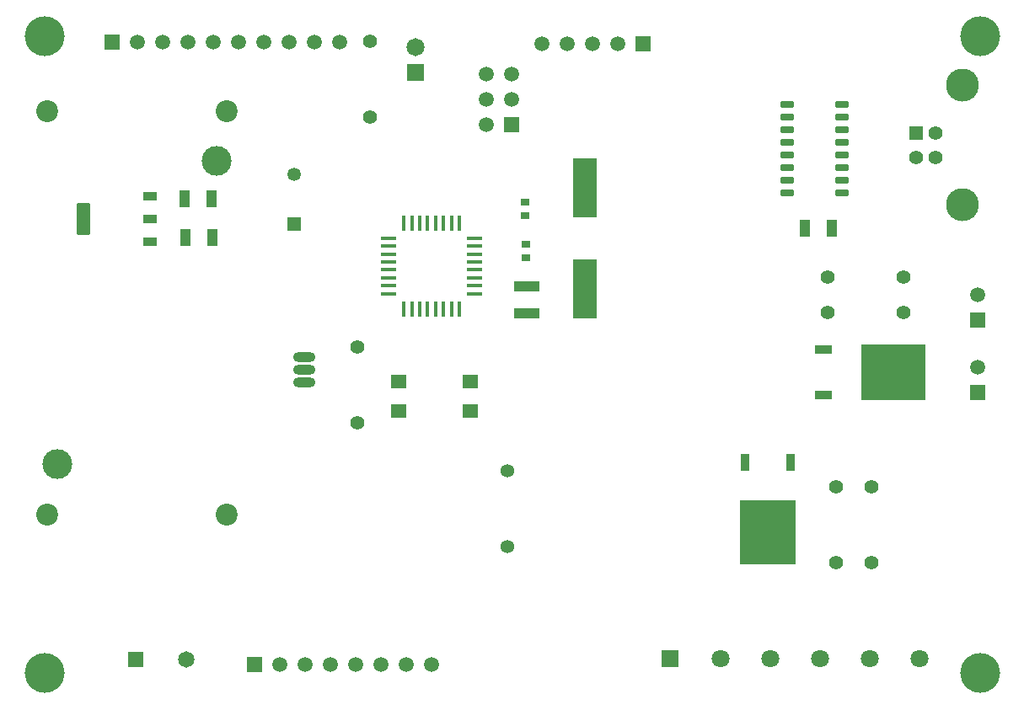
<source format=gbr>
%TF.GenerationSoftware,Altium Limited,Altium Designer,22.8.2 (66)*%
G04 Layer_Color=255*
%FSLAX45Y45*%
%MOMM*%
%TF.SameCoordinates,BD556100-397B-4985-8EB5-C039F1F1876F*%
%TF.FilePolarity,Positive*%
%TF.FileFunction,Pads,Top*%
%TF.Part,Single*%
G01*
G75*
%TA.AperFunction,SMDPad,CuDef*%
%ADD10R,2.60000X1.10000*%
%ADD11R,1.73000X0.96000*%
%ADD12R,6.49000X5.63000*%
%ADD13R,0.90000X0.80000*%
%ADD14R,1.10000X1.70000*%
%ADD15R,1.50000X0.40000*%
%ADD16R,0.40000X1.50000*%
G04:AMPARAMS|DCode=17|XSize=1.31mm|YSize=0.93mm|CornerRadius=0.06975mm|HoleSize=0mm|Usage=FLASHONLY|Rotation=180.000|XOffset=0mm|YOffset=0mm|HoleType=Round|Shape=RoundedRectangle|*
%AMROUNDEDRECTD17*
21,1,1.31000,0.79050,0,0,180.0*
21,1,1.17050,0.93000,0,0,180.0*
1,1,0.13950,-0.58525,0.39525*
1,1,0.13950,0.58525,0.39525*
1,1,0.13950,0.58525,-0.39525*
1,1,0.13950,-0.58525,-0.39525*
%
%ADD17ROUNDEDRECTD17*%
G04:AMPARAMS|DCode=18|XSize=1.31mm|YSize=3.24mm|CornerRadius=0.09825mm|HoleSize=0mm|Usage=FLASHONLY|Rotation=180.000|XOffset=0mm|YOffset=0mm|HoleType=Round|Shape=RoundedRectangle|*
%AMROUNDEDRECTD18*
21,1,1.31000,3.04350,0,0,180.0*
21,1,1.11350,3.24000,0,0,180.0*
1,1,0.19650,-0.55675,1.52175*
1,1,0.19650,0.55675,1.52175*
1,1,0.19650,0.55675,-1.52175*
1,1,0.19650,-0.55675,-1.52175*
%
%ADD18ROUNDEDRECTD18*%
%ADD19R,1.60000X1.40000*%
%ADD20R,2.43200X5.91180*%
%ADD21R,5.63000X6.49000*%
%ADD22R,0.96000X1.73000*%
G04:AMPARAMS|DCode=23|XSize=1.31mm|YSize=0.62mm|CornerRadius=0.0775mm|HoleSize=0mm|Usage=FLASHONLY|Rotation=180.000|XOffset=0mm|YOffset=0mm|HoleType=Round|Shape=RoundedRectangle|*
%AMROUNDEDRECTD23*
21,1,1.31000,0.46500,0,0,180.0*
21,1,1.15500,0.62000,0,0,180.0*
1,1,0.15500,-0.57750,0.23250*
1,1,0.15500,0.57750,0.23250*
1,1,0.15500,0.57750,-0.23250*
1,1,0.15500,-0.57750,-0.23250*
%
%ADD23ROUNDEDRECTD23*%
%TA.AperFunction,ComponentPad*%
%ADD26C,2.20000*%
%ADD27C,3.00000*%
%ADD28C,1.40000*%
%ADD29R,1.50000X1.50000*%
%ADD30C,1.50000*%
%ADD31O,2.22000X1.00000*%
%ADD32R,1.50000X1.50000*%
%ADD33C,1.81500*%
%ADD34R,1.81500X1.81500*%
%ADD35C,1.35800*%
%TA.AperFunction,ViaPad*%
%ADD36C,4.00000*%
%TA.AperFunction,ComponentPad*%
%ADD37C,1.35000*%
%ADD38R,1.35000X1.35000*%
%ADD39C,1.80000*%
%ADD40R,1.80000X1.80000*%
%ADD41R,1.65000X1.65000*%
%ADD42C,1.65000*%
%ADD43C,3.31600*%
%ADD44C,1.40800*%
%ADD45R,1.40800X1.40800*%
D10*
X5143500Y4186300D02*
D03*
Y3916300D02*
D03*
D11*
X8128000Y3555797D02*
D03*
Y3098800D02*
D03*
D12*
X8830000Y3327298D02*
D03*
D13*
X5135902Y4473175D02*
D03*
Y4613175D02*
D03*
X5130800Y5035700D02*
D03*
Y4895700D02*
D03*
D14*
X7942200Y4775200D02*
D03*
X8212200D02*
D03*
X1711200Y5067300D02*
D03*
X1981200D02*
D03*
X1720937Y4680656D02*
D03*
X1990937D02*
D03*
D15*
X4621000Y4674200D02*
D03*
Y4594200D02*
D03*
Y4514200D02*
D03*
Y4434200D02*
D03*
Y4354200D02*
D03*
Y4274200D02*
D03*
Y4194200D02*
D03*
Y4114200D02*
D03*
X3761000Y4674200D02*
D03*
Y4594200D02*
D03*
Y4514200D02*
D03*
Y4434200D02*
D03*
Y4354200D02*
D03*
Y4274200D02*
D03*
Y4194200D02*
D03*
Y4114200D02*
D03*
D16*
X4471000Y3964200D02*
D03*
X4391000D02*
D03*
X4311000D02*
D03*
X4231000D02*
D03*
X4151000D02*
D03*
X4071000D02*
D03*
X3991000D02*
D03*
X3911000D02*
D03*
X4471000Y4824200D02*
D03*
X4391000D02*
D03*
X4311000D02*
D03*
X4231000D02*
D03*
X4151000D02*
D03*
X4071000D02*
D03*
X3991000D02*
D03*
X3911000D02*
D03*
D17*
X1363200Y4635100D02*
D03*
Y4864100D02*
D03*
Y5093100D02*
D03*
D18*
X694200Y4864100D02*
D03*
D19*
X4576400Y2936100D02*
D03*
Y3236100D02*
D03*
X3856400D02*
D03*
Y2936100D02*
D03*
D20*
X5727700Y4164810D02*
D03*
Y5182390D02*
D03*
D21*
X7569200Y1714500D02*
D03*
D22*
X7340702Y2416500D02*
D03*
X7797698D02*
D03*
D23*
X7759700Y5130800D02*
D03*
Y5257800D02*
D03*
Y5384800D02*
D03*
Y5511800D02*
D03*
Y5638800D02*
D03*
Y5765800D02*
D03*
Y5892800D02*
D03*
Y6019800D02*
D03*
X8309700D02*
D03*
Y5892800D02*
D03*
Y5765800D02*
D03*
Y5638800D02*
D03*
Y5511800D02*
D03*
Y5384800D02*
D03*
Y5257800D02*
D03*
Y5130800D02*
D03*
D26*
X332000Y1898300D02*
D03*
X2132000D02*
D03*
X332000Y5948300D02*
D03*
X2132000D02*
D03*
D27*
X2032000Y5448300D02*
D03*
X432000Y2398300D02*
D03*
D28*
X8166100Y3924300D02*
D03*
X8928100D02*
D03*
Y4279900D02*
D03*
X8166100D02*
D03*
X3568700Y6654800D02*
D03*
Y5892800D02*
D03*
X3441700Y3581400D02*
D03*
Y2819400D02*
D03*
X8610600Y1409700D02*
D03*
Y2171700D02*
D03*
X8255000D02*
D03*
Y1409700D02*
D03*
D29*
X9680100Y3124200D02*
D03*
X4991100Y5816600D02*
D03*
X9677400Y3848100D02*
D03*
D30*
X9680100Y3378200D02*
D03*
X1231900Y6642100D02*
D03*
X1739900D02*
D03*
X1993900D02*
D03*
X2247900D02*
D03*
X2501900D02*
D03*
X2755900D02*
D03*
X3009900D02*
D03*
X3263900D02*
D03*
X1485900D02*
D03*
X4737100Y6324600D02*
D03*
X4991100D02*
D03*
X4737100Y6070600D02*
D03*
X4991100D02*
D03*
X4737100Y5816600D02*
D03*
X4190778Y389521D02*
D03*
X3936778D02*
D03*
X3682778D02*
D03*
X3428778D02*
D03*
X3174778D02*
D03*
X2920778D02*
D03*
X2666778D02*
D03*
X9677400Y4102100D02*
D03*
X5295900Y6629400D02*
D03*
X5549900D02*
D03*
X5803900D02*
D03*
X6057900D02*
D03*
D31*
X2908475Y3479800D02*
D03*
Y3225800D02*
D03*
Y3352800D02*
D03*
D32*
X977900Y6642100D02*
D03*
X2412778Y389521D02*
D03*
X6311900Y6629400D02*
D03*
D33*
X4025900Y6591300D02*
D03*
D34*
Y6337300D02*
D03*
D35*
X4953000Y1575800D02*
D03*
Y2335800D02*
D03*
D36*
X300000Y6700000D02*
D03*
X9700000D02*
D03*
Y300000D02*
D03*
X300000D02*
D03*
D37*
X2806701Y5317300D02*
D03*
D38*
X2806699Y4817300D02*
D03*
D39*
X9089900Y444500D02*
D03*
X8589900D02*
D03*
X8089900D02*
D03*
X7589900D02*
D03*
X7089900D02*
D03*
D40*
X6589900D02*
D03*
D41*
X1219200Y437500D02*
D03*
D42*
X1727200D02*
D03*
D43*
X9525000Y6210300D02*
D03*
Y5006300D02*
D03*
D44*
X9255000Y5733300D02*
D03*
Y5483300D02*
D03*
X9055000D02*
D03*
D45*
Y5733300D02*
D03*
%TF.MD5,7880065bed1e605dd8899755637be2fc*%
M02*

</source>
